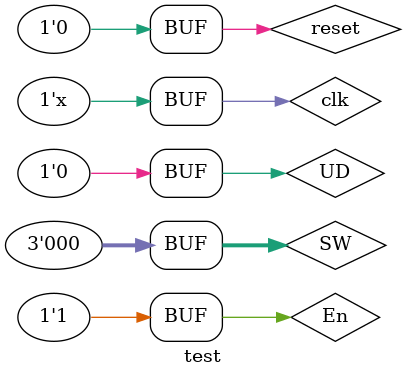
<source format=v>
`timescale 1ns / 1ps


module test;

	// Inputs
	reg clk;
	reg reset;
	reg En;
	reg [2:0] SW;
	reg UD;

	// Outputs
	wire [7:0] LED;
	wire [7:0] Dao;

	// Instantiate the Unit Under Test (UUT)
	CounterUD uut (
		.clk(clk), 
		.reset(reset), 
		.En(En), 
		.SW(SW), 
		.UD(UD), 
		.LED(LED), 
		.Dao(Dao)
	);

		initial begin
		clk = 0;
		reset = 0;
		#10;
		
		reset = 1;
		#10;
		
		reset = 0;
		SW = 7;
		UD = 0; 
		En = 1;
		#6000;
		
		En = 0;
		#3000;
		
		reset = 1;
		#1000;
		
		SW = 7;
		UD = 1; 
		En = 1;
		reset = 0;
		#6000;
		
		En = 0;
		#4000;
 
		SW = 6;
		UD = 0; 
		En = 1;
		#60000;
		
		En = 0;
		#30000;
		
		En = 1;
		#10000;
		
		SW = 6;
		UD = 1; 
		En = 1;
		reset = 0;
		#60000;
		
		En = 0;
		#40000;
 
		SW = 5;
		UD = 0; 
		En = 1;
		#600000;
		
		En = 0;
		#300000;
		
		reset = 1;
		#100000;
		
		SW = 5;
		UD = 1; 
		En = 1;
		reset = 0;
		#600000;
		
		En = 0;
		#400000;
 
		SW = 4;
		UD = 0; 
		En = 1;
		#6000000;
		
		En = 0;
		#3000000;
		
		reset = 1;
		#1000000;
		
		SW = 4;
		UD = 1; 
		En = 1;
		reset = 0;
		#6000000;
		
		En = 0;
		#4000000;
 
		SW = 3;
		UD = 0; 
		En = 1;
		#60000000;
		
		En = 0;
		#30000000;
		
		reset = 1;
		#10000000;
		
		SW = 3;
		UD = 1; 
		En = 1;
		reset = 0;
		#60000000;
		
		En = 0;
		#40000000;
 
		SW = 2;
		UD = 0; 
		En = 1;
		#600000000;
		
		En = 0;
		#300000000;
		
		reset = 1;
		#100000000;
		
		SW = 2;
		UD = 1; 
		En = 1;
		reset = 0;
		#600000000;
		
		En = 0;
		#400000000;
 
		SW = 1;
		UD = 0; 
		En = 1;
		#1000000000;
		#1000000000;
		#1000000000;
		
		En = 0;
		#1000000000;
		
		reset = 1;
		#1000000000;
		
		SW = 1;
		UD = 1; 
		En = 1;
		reset = 0;
		#1000000000;
		#1000000000;
		#1000000000;
		
		En = 0;
		#1000000000;
		
		SW = 0;
		UD = 0;
		En = 1;
	end
always
begin
		#10; clk = ~clk;
end 
      
endmodule



</source>
